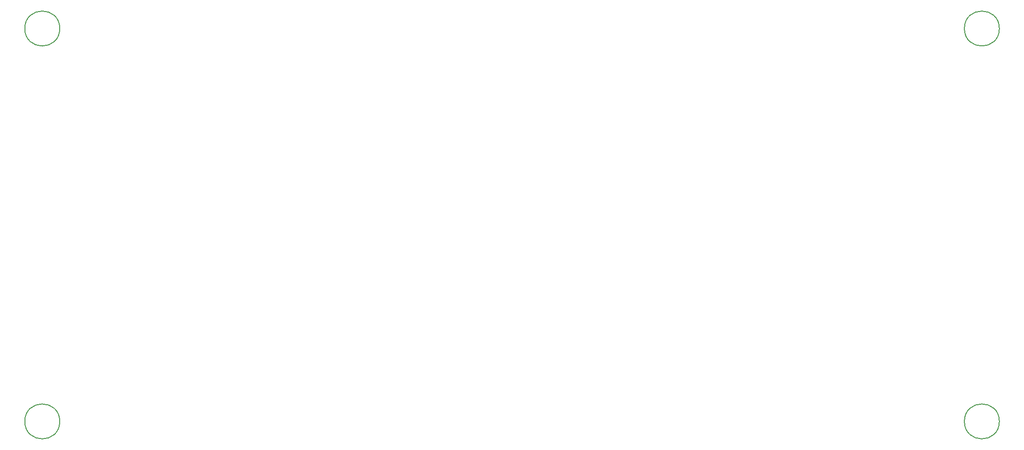
<source format=gbr>
%TF.GenerationSoftware,KiCad,Pcbnew,7.0.7-7.0.7~ubuntu22.04.1*%
%TF.CreationDate,2023-08-30T01:26:55-07:00*%
%TF.ProjectId,mainboard,6d61696e-626f-4617-9264-2e6b69636164,rev?*%
%TF.SameCoordinates,Original*%
%TF.FileFunction,Other,Comment*%
%FSLAX46Y46*%
G04 Gerber Fmt 4.6, Leading zero omitted, Abs format (unit mm)*
G04 Created by KiCad (PCBNEW 7.0.7-7.0.7~ubuntu22.04.1) date 2023-08-30 01:26:55*
%MOMM*%
%LPD*%
G01*
G04 APERTURE LIST*
%ADD10C,0.150000*%
G04 APERTURE END LIST*
D10*
%TO.C,H4*%
X249200000Y-136000000D02*
G75*
G03*
X249200000Y-136000000I-3200000J0D01*
G01*
%TO.C,H1*%
X77200000Y-64000000D02*
G75*
G03*
X77200000Y-64000000I-3200000J0D01*
G01*
%TO.C,H2*%
X77200000Y-136000000D02*
G75*
G03*
X77200000Y-136000000I-3200000J0D01*
G01*
%TO.C,H3*%
X249200000Y-64000000D02*
G75*
G03*
X249200000Y-64000000I-3200000J0D01*
G01*
%TD*%
M02*

</source>
